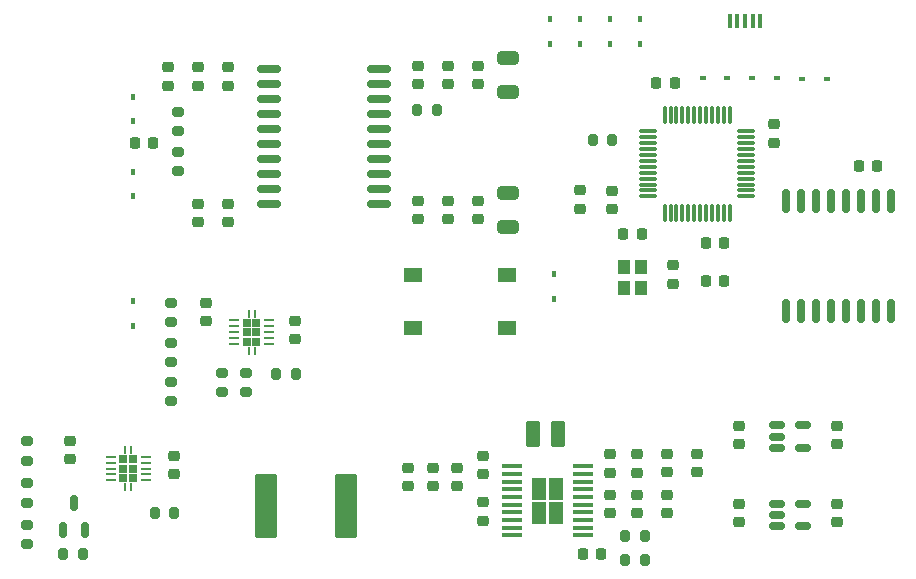
<source format=gtp>
G04 #@! TF.GenerationSoftware,KiCad,Pcbnew,6.0.11+dfsg-1*
G04 #@! TF.CreationDate,2024-04-01T21:29:24-07:00*
G04 #@! TF.ProjectId,car-logger,6361722d-6c6f-4676-9765-722e6b696361,v1*
G04 #@! TF.SameCoordinates,Original*
G04 #@! TF.FileFunction,Paste,Top*
G04 #@! TF.FilePolarity,Positive*
%FSLAX46Y46*%
G04 Gerber Fmt 4.6, Leading zero omitted, Abs format (unit mm)*
G04 Created by KiCad (PCBNEW 6.0.11+dfsg-1) date 2024-04-01 21:29:24*
%MOMM*%
%LPD*%
G01*
G04 APERTURE LIST*
G04 Aperture macros list*
%AMRoundRect*
0 Rectangle with rounded corners*
0 $1 Rounding radius*
0 $2 $3 $4 $5 $6 $7 $8 $9 X,Y pos of 4 corners*
0 Add a 4 corners polygon primitive as box body*
4,1,4,$2,$3,$4,$5,$6,$7,$8,$9,$2,$3,0*
0 Add four circle primitives for the rounded corners*
1,1,$1+$1,$2,$3*
1,1,$1+$1,$4,$5*
1,1,$1+$1,$6,$7*
1,1,$1+$1,$8,$9*
0 Add four rect primitives between the rounded corners*
20,1,$1+$1,$2,$3,$4,$5,0*
20,1,$1+$1,$4,$5,$6,$7,0*
20,1,$1+$1,$6,$7,$8,$9,0*
20,1,$1+$1,$8,$9,$2,$3,0*%
G04 Aperture macros list end*
%ADD10RoundRect,0.200000X-0.275000X0.200000X-0.275000X-0.200000X0.275000X-0.200000X0.275000X0.200000X0*%
%ADD11R,0.600000X0.450000*%
%ADD12RoundRect,0.225000X-0.225000X-0.250000X0.225000X-0.250000X0.225000X0.250000X-0.225000X0.250000X0*%
%ADD13RoundRect,0.075000X0.075000X-0.662500X0.075000X0.662500X-0.075000X0.662500X-0.075000X-0.662500X0*%
%ADD14RoundRect,0.075000X0.662500X-0.075000X0.662500X0.075000X-0.662500X0.075000X-0.662500X-0.075000X0*%
%ADD15R,0.450000X0.600000*%
%ADD16RoundRect,0.225000X0.225000X0.250000X-0.225000X0.250000X-0.225000X-0.250000X0.225000X-0.250000X0*%
%ADD17RoundRect,0.225000X-0.250000X0.225000X-0.250000X-0.225000X0.250000X-0.225000X0.250000X0.225000X0*%
%ADD18RoundRect,0.225000X0.250000X-0.225000X0.250000X0.225000X-0.250000X0.225000X-0.250000X-0.225000X0*%
%ADD19R,0.640000X0.640000*%
%ADD20R,0.850000X0.280000*%
%ADD21R,0.280000X0.700000*%
%ADD22RoundRect,0.200000X0.275000X-0.200000X0.275000X0.200000X-0.275000X0.200000X-0.275000X-0.200000X0*%
%ADD23RoundRect,0.250000X0.650000X-0.325000X0.650000X0.325000X-0.650000X0.325000X-0.650000X-0.325000X0*%
%ADD24R,1.550000X1.300000*%
%ADD25RoundRect,0.250000X-0.375000X-0.850000X0.375000X-0.850000X0.375000X0.850000X-0.375000X0.850000X0*%
%ADD26RoundRect,0.200000X0.200000X0.275000X-0.200000X0.275000X-0.200000X-0.275000X0.200000X-0.275000X0*%
%ADD27RoundRect,0.150000X-0.512500X-0.150000X0.512500X-0.150000X0.512500X0.150000X-0.512500X0.150000X0*%
%ADD28RoundRect,0.200000X-0.200000X-0.275000X0.200000X-0.275000X0.200000X0.275000X-0.200000X0.275000X0*%
%ADD29RoundRect,0.150000X0.150000X-0.512500X0.150000X0.512500X-0.150000X0.512500X-0.150000X-0.512500X0*%
%ADD30RoundRect,0.150000X0.875000X0.150000X-0.875000X0.150000X-0.875000X-0.150000X0.875000X-0.150000X0*%
%ADD31RoundRect,0.250000X-0.650000X0.325000X-0.650000X-0.325000X0.650000X-0.325000X0.650000X0.325000X0*%
%ADD32RoundRect,0.150000X-0.150000X0.875000X-0.150000X-0.875000X0.150000X-0.875000X0.150000X0.875000X0*%
%ADD33R,1.000000X1.150000*%
%ADD34RoundRect,0.250000X-0.712500X-2.475000X0.712500X-2.475000X0.712500X2.475000X-0.712500X2.475000X0*%
%ADD35R,0.450000X1.300000*%
%ADD36R,1.275000X1.875000*%
%ADD37R,1.780000X0.420000*%
G04 APERTURE END LIST*
D10*
X103073984Y-102997000D03*
X103073984Y-104647000D03*
D11*
X160240000Y-68740000D03*
X162340000Y-68740000D03*
D12*
X150101000Y-108966000D03*
X151651000Y-108966000D03*
D13*
X157020000Y-80132500D03*
X157520000Y-80132500D03*
X158020000Y-80132500D03*
X158520000Y-80132500D03*
X159020000Y-80132500D03*
X159520000Y-80132500D03*
X160020000Y-80132500D03*
X160520000Y-80132500D03*
X161020000Y-80132500D03*
X161520000Y-80132500D03*
X162020000Y-80132500D03*
X162520000Y-80132500D03*
D14*
X163932500Y-78720000D03*
X163932500Y-78220000D03*
X163932500Y-77720000D03*
X163932500Y-77220000D03*
X163932500Y-76720000D03*
X163932500Y-76220000D03*
X163932500Y-75720000D03*
X163932500Y-75220000D03*
X163932500Y-74720000D03*
X163932500Y-74220000D03*
X163932500Y-73720000D03*
X163932500Y-73220000D03*
D13*
X162520000Y-71807500D03*
X162020000Y-71807500D03*
X161520000Y-71807500D03*
X161020000Y-71807500D03*
X160520000Y-71807500D03*
X160020000Y-71807500D03*
X159520000Y-71807500D03*
X159020000Y-71807500D03*
X158520000Y-71807500D03*
X158020000Y-71807500D03*
X157520000Y-71807500D03*
X157020000Y-71807500D03*
D14*
X155607500Y-73220000D03*
X155607500Y-73720000D03*
X155607500Y-74220000D03*
X155607500Y-74720000D03*
X155607500Y-75220000D03*
X155607500Y-75720000D03*
X155607500Y-76220000D03*
X155607500Y-76720000D03*
X155607500Y-77220000D03*
X155607500Y-77720000D03*
X155607500Y-78220000D03*
X155607500Y-78720000D03*
D15*
X147674516Y-87410000D03*
X147674516Y-85310000D03*
D16*
X155080000Y-81915000D03*
X153530000Y-81915000D03*
D17*
X152400000Y-100571000D03*
X152400000Y-102121000D03*
D18*
X152527000Y-79775000D03*
X152527000Y-78225000D03*
D17*
X157226000Y-103973420D03*
X157226000Y-105523420D03*
X138680000Y-79094420D03*
X138680000Y-80644420D03*
X154686000Y-103973420D03*
X154686000Y-105523420D03*
D16*
X113710000Y-74197900D03*
X112160000Y-74197900D03*
D11*
X170765000Y-68750000D03*
X168665000Y-68750000D03*
D17*
X141220000Y-79094420D03*
X141220000Y-80644420D03*
X152400000Y-104012500D03*
X152400000Y-105562500D03*
D10*
X103073984Y-99441000D03*
X103073984Y-101091000D03*
D17*
X171577000Y-98158000D03*
X171577000Y-99708000D03*
X139446000Y-101714000D03*
X139446000Y-103264000D03*
D18*
X117490000Y-69355000D03*
X117490000Y-67805000D03*
D15*
X111985000Y-76627900D03*
X111985000Y-78727900D03*
D10*
X115265484Y-94425000D03*
X115265484Y-96075000D03*
D19*
X122465984Y-90225710D03*
X122465984Y-89425710D03*
X121640984Y-91025710D03*
X121640984Y-89425710D03*
X122465984Y-91025710D03*
X121640984Y-90225710D03*
D20*
X120578484Y-89225710D03*
X120578484Y-89725710D03*
X120578484Y-90225710D03*
X120578484Y-90725710D03*
X120578484Y-91225710D03*
X123528484Y-91225710D03*
X123528484Y-90725710D03*
X123528484Y-90225710D03*
X123528484Y-89725710D03*
X123528484Y-89225710D03*
D21*
X122303484Y-88675710D03*
X122303484Y-91775710D03*
X121803484Y-91775710D03*
X121803484Y-88675710D03*
D18*
X137414000Y-103264000D03*
X137414000Y-101714000D03*
D17*
X118160984Y-87760710D03*
X118160984Y-89310710D03*
D22*
X115795000Y-73215000D03*
X115795000Y-71565000D03*
D23*
X143760000Y-69914420D03*
X143760000Y-66964420D03*
D18*
X141605000Y-102248000D03*
X141605000Y-100698000D03*
D15*
X149860000Y-65820000D03*
X149860000Y-63720000D03*
X111985000Y-72377900D03*
X111985000Y-70277900D03*
D24*
X143675000Y-89880000D03*
X135725000Y-89880000D03*
X135725000Y-85380000D03*
X143675000Y-85380000D03*
D17*
X125743484Y-89240710D03*
X125743484Y-90790710D03*
D18*
X138680000Y-69214420D03*
X138680000Y-67664420D03*
D25*
X145864000Y-98806000D03*
X148014000Y-98806000D03*
D17*
X163322000Y-104762000D03*
X163322000Y-106312000D03*
D22*
X121539000Y-95313000D03*
X121539000Y-93663000D03*
D18*
X141220000Y-69214420D03*
X141220000Y-67664420D03*
D10*
X103073984Y-106504500D03*
X103073984Y-108154500D03*
D16*
X162065000Y-82677000D03*
X160515000Y-82677000D03*
D15*
X154940000Y-65820000D03*
X154940000Y-63720000D03*
D17*
X115476484Y-100699500D03*
X115476484Y-102249500D03*
D26*
X125793000Y-93726000D03*
X124143000Y-93726000D03*
D27*
X166502500Y-104750000D03*
X166502500Y-105700000D03*
X166502500Y-106650000D03*
X168777500Y-106650000D03*
X168777500Y-104750000D03*
D26*
X155320000Y-107442000D03*
X153670000Y-107442000D03*
D10*
X115265484Y-87710710D03*
X115265484Y-89360710D03*
D19*
X111183984Y-101764500D03*
X112008984Y-101764500D03*
X111183984Y-102564500D03*
X111183984Y-100964500D03*
X112008984Y-102564500D03*
X112008984Y-100964500D03*
D20*
X110121484Y-100764500D03*
X110121484Y-101264500D03*
X110121484Y-101764500D03*
X110121484Y-102264500D03*
X110121484Y-102764500D03*
X113071484Y-102764500D03*
X113071484Y-102264500D03*
X113071484Y-101764500D03*
X113071484Y-101264500D03*
X113071484Y-100764500D03*
D21*
X111846484Y-103314500D03*
X111846484Y-100214500D03*
X111346484Y-103314500D03*
X111346484Y-100214500D03*
D28*
X106109000Y-109027000D03*
X107759000Y-109027000D03*
X153670000Y-109474000D03*
X155320000Y-109474000D03*
D22*
X115795000Y-76580000D03*
X115795000Y-74930000D03*
D11*
X166500000Y-68740000D03*
X164400000Y-68740000D03*
D10*
X119557516Y-93663000D03*
X119557516Y-95313000D03*
D18*
X149860000Y-79769000D03*
X149860000Y-78219000D03*
D10*
X115265484Y-91123000D03*
X115265484Y-92773000D03*
D17*
X171577000Y-104762000D03*
X171577000Y-106312000D03*
D18*
X120030000Y-69355000D03*
X120030000Y-67805000D03*
D17*
X117490000Y-79357100D03*
X117490000Y-80907100D03*
D29*
X106081484Y-106928500D03*
X107981484Y-106928500D03*
X107031484Y-104653500D03*
D15*
X112014000Y-89696000D03*
X112014000Y-87596000D03*
D16*
X175019000Y-76165000D03*
X173469000Y-76165000D03*
D26*
X137731000Y-71374000D03*
X136081000Y-71374000D03*
D12*
X156324000Y-69088000D03*
X157874000Y-69088000D03*
X160515000Y-85852000D03*
X162065000Y-85852000D03*
D26*
X115506000Y-105537000D03*
X113856000Y-105537000D03*
D17*
X166243000Y-72631000D03*
X166243000Y-74181000D03*
X141605000Y-104635000D03*
X141605000Y-106185000D03*
X163322000Y-98144420D03*
X163322000Y-99694420D03*
D18*
X135255000Y-103264000D03*
X135255000Y-101714000D03*
D30*
X132810000Y-79375000D03*
X132810000Y-78105000D03*
X132810000Y-76835000D03*
X132810000Y-75565000D03*
X132810000Y-74295000D03*
X132810000Y-73025000D03*
X132810000Y-71755000D03*
X132810000Y-70485000D03*
X132810000Y-69215000D03*
X132810000Y-67945000D03*
X123510000Y-67945000D03*
X123510000Y-69215000D03*
X123510000Y-70485000D03*
X123510000Y-71755000D03*
X123510000Y-73025000D03*
X123510000Y-74295000D03*
X123510000Y-75565000D03*
X123510000Y-76835000D03*
X123510000Y-78105000D03*
X123510000Y-79375000D03*
D15*
X152400000Y-65820000D03*
X152400000Y-63720000D03*
D26*
X152590000Y-73914000D03*
X150940000Y-73914000D03*
D31*
X143760000Y-78394420D03*
X143760000Y-81344420D03*
D15*
X147320000Y-65820000D03*
X147320000Y-63720000D03*
D17*
X106680000Y-99428000D03*
X106680000Y-100978000D03*
X157734000Y-84569000D03*
X157734000Y-86119000D03*
D32*
X176209516Y-79135000D03*
X174939516Y-79135000D03*
X173669516Y-79135000D03*
X172399516Y-79135000D03*
X171129516Y-79135000D03*
X169859516Y-79135000D03*
X168589516Y-79135000D03*
X167319516Y-79135000D03*
X167319516Y-88435000D03*
X168589516Y-88435000D03*
X169859516Y-88435000D03*
X171129516Y-88435000D03*
X172399516Y-88435000D03*
X173669516Y-88435000D03*
X174939516Y-88435000D03*
X176209516Y-88435000D03*
D17*
X120030000Y-79357100D03*
X120030000Y-80907100D03*
D18*
X136140000Y-69214420D03*
X136140000Y-67664420D03*
X154686000Y-102121000D03*
X154686000Y-100571000D03*
X157226000Y-102050420D03*
X157226000Y-100500420D03*
X159766000Y-102051000D03*
X159766000Y-100501000D03*
X114950000Y-69355000D03*
X114950000Y-67805000D03*
D33*
X153605000Y-84723000D03*
X153605000Y-86473000D03*
X155005000Y-86473000D03*
X155005000Y-84723000D03*
D34*
X123231500Y-104902000D03*
X130006500Y-104902000D03*
D27*
X166502500Y-98110000D03*
X166502500Y-99060000D03*
X166502500Y-100010000D03*
X168777500Y-100010000D03*
X168777500Y-98110000D03*
D35*
X165130000Y-63870000D03*
X164480000Y-63870000D03*
X163830000Y-63870000D03*
X163180000Y-63870000D03*
X162530000Y-63870000D03*
D17*
X136110000Y-79094420D03*
X136110000Y-80644420D03*
D36*
X146387500Y-103481920D03*
X146387500Y-105506920D03*
X147812500Y-103481920D03*
X147812500Y-105506920D03*
D37*
X144130000Y-101569420D03*
X144130000Y-102219420D03*
X144130000Y-102869420D03*
X144130000Y-103519420D03*
X144130000Y-104169420D03*
X144130000Y-104819420D03*
X144130000Y-105469420D03*
X144130000Y-106119420D03*
X144130000Y-106769420D03*
X144130000Y-107419420D03*
X150070000Y-107419420D03*
X150070000Y-106769420D03*
X150070000Y-106119420D03*
X150070000Y-105469420D03*
X150070000Y-104819420D03*
X150070000Y-104169420D03*
X150070000Y-103519420D03*
X150070000Y-102869420D03*
X150070000Y-102219420D03*
X150070000Y-101569420D03*
M02*

</source>
